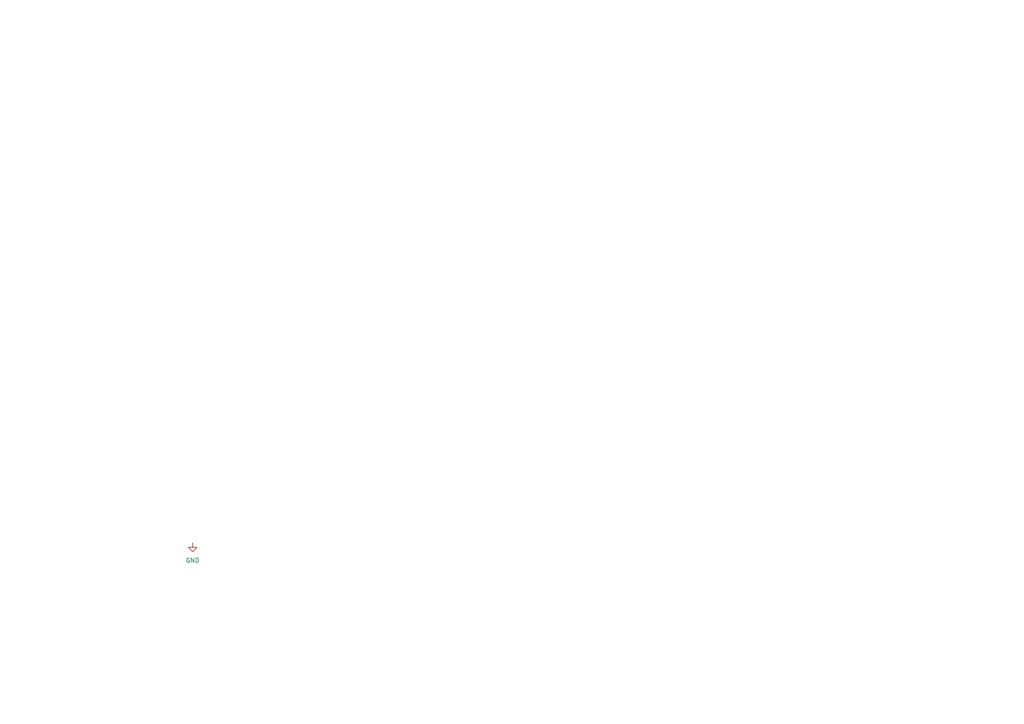
<source format=kicad_sch>
(kicad_sch (version 20231120) (generator "eeschema") (generator_version "8.0")
  (paper "A4")
  (lib_symbols
    (symbol "power:GND" (power) (pin_numbers hide) (pin_names (offset 0) hide)
      (property "Value" "GND" (at 0 -3.81 0))
      (symbol "GND_0_1"
        (polyline (pts (xy 0 0) (xy 0 -1.27) (xy 1.27 -1.27) (xy 0 -2.54) (xy -1.27 -1.27) (xy 0 -1.27)))
      )
      (symbol "GND_1_1"
        (pin power_in line (at 0 0 270) (length 0) (name "~") (number "1"))
      )
    )
  )
  (symbol (lib_id "power:GND") (at 55.88 157.48 0) (unit 1)
    (property "Reference" "#PWR01" (effects (hide yes)))
    (property "Value" "GND" (at 55.88 162.56 0))
    (property "Description" "Power symbol creates a global label with name \"GND\" , ground" (effects (hide yes)))
  )
)
</source>
